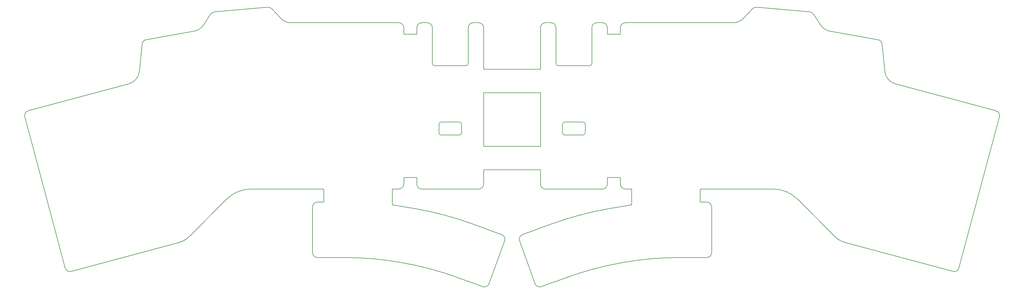
<source format=gbr>
%TF.GenerationSoftware,KiCad,Pcbnew,9.0.7*%
%TF.CreationDate,2026-02-05T22:02:29+07:00*%
%TF.ProjectId,Lapka42,4c61706b-6134-4322-9e6b-696361645f70,rev?*%
%TF.SameCoordinates,Original*%
%TF.FileFunction,Profile,NP*%
%FSLAX46Y46*%
G04 Gerber Fmt 4.6, Leading zero omitted, Abs format (unit mm)*
G04 Created by KiCad (PCBNEW 9.0.7) date 2026-02-05 22:02:29*
%MOMM*%
%LPD*%
G01*
G04 APERTURE LIST*
%TA.AperFunction,Profile*%
%ADD10C,0.200000*%
%TD*%
G04 APERTURE END LIST*
D10*
X82508620Y-192768295D02*
G75*
G02*
X80671512Y-191707644I-388220J1448895D01*
G01*
X125225556Y-113881282D02*
G75*
G02*
X126356166Y-113198796I1261344J-811818D01*
G01*
X242162154Y-118000013D02*
G75*
G02*
X243662152Y-116499954I1500046J13D01*
G01*
X245412150Y-116500015D02*
X243662152Y-116500010D01*
X220896519Y-181465260D02*
X220896510Y-181465244D01*
X214515644Y-181465261D02*
X214515651Y-181465240D01*
X185017101Y-173004042D02*
X188613486Y-173638183D01*
X156499998Y-173000008D02*
G75*
G02*
X158000014Y-171499998I1500002J8D01*
G01*
X246912155Y-164000011D02*
X250912155Y-164000016D01*
X254412152Y-167500011D02*
X254412153Y-172380476D01*
X144054398Y-112233977D02*
X146663993Y-115055504D01*
X297796356Y-167500011D02*
G75*
G02*
X305231049Y-170585436I44J-10499989D01*
G01*
X226412152Y-161600000D02*
X226412152Y-166000009D01*
X188500010Y-166000019D02*
X188499995Y-164000018D01*
X252412154Y-167500013D02*
G75*
G02*
X250912187Y-166000012I46J1500013D01*
G01*
X209000000Y-138000000D02*
X209000000Y-154400000D01*
X68248195Y-145343197D02*
G75*
G02*
X69308867Y-143506105I1448905J388197D01*
G01*
X201500010Y-146950019D02*
X196000007Y-146950013D01*
X240162145Y-150200000D02*
G75*
G02*
X239412149Y-150950045I-750045J0D01*
G01*
X202250002Y-150200008D02*
X202250011Y-147700010D01*
X181000012Y-172380477D02*
X185017101Y-173004042D01*
X183000008Y-116500013D02*
G75*
G02*
X184499987Y-118000013I-8J-1499987D01*
G01*
X184500001Y-166000009D02*
G75*
G02*
X183000007Y-167500001I-1500001J9D01*
G01*
X207500007Y-167500016D02*
X190000005Y-167500019D01*
X319982924Y-183947251D02*
X352903529Y-192768299D01*
X209000009Y-166000014D02*
X209000000Y-161600000D01*
X103421839Y-131348322D02*
G75*
G02*
X100108250Y-135253412I-4478339J441622D01*
G01*
X184196883Y-190121674D02*
X183529866Y-190004058D01*
X126356166Y-113198796D02*
X126356164Y-113198798D01*
X250912150Y-118000009D02*
G75*
G02*
X252412151Y-116499950I1500050J9D01*
G01*
X309055994Y-113198790D02*
G75*
G02*
X310186570Y-113881303I-130794J-1494310D01*
G01*
X229662155Y-116500008D02*
G75*
G02*
X231162092Y-118000014I-55J-1499992D01*
G01*
X331990312Y-131348318D02*
X331169673Y-123025748D01*
X251882296Y-190004053D02*
G75*
G02*
X269073538Y-188500011I17191304J-97496847D01*
G01*
X309055995Y-113198790D02*
X292589699Y-111758177D01*
X233912151Y-150950000D02*
X239412149Y-150950007D01*
X158000014Y-171500016D02*
X160000008Y-171500010D01*
X226412151Y-118000012D02*
G75*
G02*
X227912155Y-116500051I1499949J12D01*
G01*
X166338619Y-188500021D02*
X158000014Y-188500020D01*
X149967624Y-116500012D02*
X183000008Y-116500013D01*
X188500006Y-118000013D02*
G75*
G02*
X190000005Y-116500006I1499994J13D01*
G01*
X269073538Y-188500012D02*
X277412153Y-188500012D01*
X181000006Y-167500013D02*
X181000012Y-172380477D01*
X193250000Y-118000014D02*
X193250005Y-128950012D01*
X100108249Y-135253408D02*
X100108248Y-135253413D01*
X105474771Y-121695727D02*
X120142952Y-119109338D01*
X231912150Y-129700012D02*
G75*
G02*
X231162088Y-128950011I-50J750012D01*
G01*
X226412151Y-118000012D02*
X226412151Y-130800000D01*
X184500006Y-164000013D02*
X184500001Y-166000009D01*
X196000008Y-150950008D02*
G75*
G02*
X195249992Y-150200017I-8J750008D01*
G01*
X190000005Y-167500019D02*
G75*
G02*
X188499981Y-166000019I-5J1500019D01*
G01*
X230129841Y-178104585D02*
G75*
G02*
X246798670Y-173638188I33859859J-93029115D01*
G01*
X202250002Y-150200008D02*
G75*
G02*
X201500006Y-150950002I-750002J8D01*
G01*
X204250004Y-128950008D02*
X204249997Y-118000011D01*
X208701258Y-197440000D02*
X200865568Y-194588036D01*
X291357760Y-112233971D02*
G75*
G02*
X292589700Y-111758161I1101240J-1018529D01*
G01*
X309055994Y-113198790D02*
X309055995Y-113198790D01*
X227912151Y-167500015D02*
G75*
G02*
X226412185Y-166000009I49J1500015D01*
G01*
X250395055Y-173004043D02*
X246798670Y-173638186D01*
X305231028Y-170585457D02*
X316613582Y-181998917D01*
X277412150Y-171500010D02*
X275412151Y-171500012D01*
X366103296Y-143506083D02*
X335303908Y-135253409D01*
X242162154Y-118000013D02*
X242162156Y-128950008D01*
X241412154Y-129700010D02*
X231912150Y-129700012D01*
X226412151Y-138000000D02*
X226412152Y-154400000D01*
X319982924Y-183947251D02*
G75*
G02*
X316613574Y-181998925I1941176J7244551D01*
G01*
X130181128Y-170585453D02*
G75*
G02*
X137615793Y-167500048I7434572J-7414447D01*
G01*
X204249997Y-118000011D02*
G75*
G02*
X205750005Y-116499997I1500003J11D01*
G01*
X126356164Y-113198798D02*
X142822457Y-111758185D01*
X226710901Y-197439998D02*
G75*
G02*
X224788316Y-196543440I-513001J1409598D01*
G01*
X278912148Y-187000011D02*
G75*
G02*
X277412153Y-188499948I-1499948J11D01*
G01*
X166338619Y-188500021D02*
G75*
G02*
X183529867Y-190004054I-19J-99001079D01*
G01*
X239412153Y-146950011D02*
X233912150Y-146950005D01*
X329937387Y-121695727D02*
G75*
G02*
X331169629Y-123025752I-260487J-1477173D01*
G01*
X242162156Y-128950008D02*
G75*
G02*
X241412154Y-129699956I-749956J8D01*
G01*
X231162154Y-128950011D02*
X231162155Y-118000014D01*
X188499995Y-164000018D02*
X184500006Y-164000013D01*
X291357760Y-112233971D02*
X288748168Y-115055497D01*
X312266599Y-117113095D02*
X310186600Y-113881284D01*
X209000000Y-138000000D02*
X226412151Y-138000000D01*
X275412151Y-171500012D02*
X275412153Y-167500015D01*
X240162145Y-150200000D02*
X240162154Y-147700002D01*
X209000000Y-130800000D02*
X226412151Y-130800000D01*
X230129841Y-178104585D02*
X220896510Y-181465244D01*
X104242482Y-123025743D02*
G75*
G02*
X105474772Y-121695734I1492818J-147257D01*
G01*
X210623891Y-196543464D02*
X210623901Y-196543471D01*
X234546596Y-194588040D02*
G75*
G02*
X251215274Y-190121664I33859904J-93029160D01*
G01*
X335303909Y-135253408D02*
X335303908Y-135253409D01*
X315269207Y-119109337D02*
G75*
G02*
X312266639Y-117113069I781493J4431637D01*
G01*
X160000008Y-171500010D02*
X160000005Y-167500009D01*
X214515644Y-181465261D02*
G75*
G02*
X215412140Y-183387842I-513044J-1409539D01*
G01*
X288748168Y-115055497D02*
G75*
G02*
X285444529Y-116499990I-3303568J3055397D01*
G01*
X250912155Y-164000016D02*
X250912148Y-166000012D01*
X130181128Y-170585453D02*
X118798570Y-181998913D01*
X103421839Y-131348322D02*
X104242482Y-123025743D01*
X184499996Y-120000010D02*
X188500005Y-120000009D01*
X354740651Y-191707639D02*
X367163963Y-145343198D01*
X205750005Y-116500017D02*
X207500005Y-116500022D01*
X226412152Y-154400000D02*
X209000000Y-154400000D01*
X207500005Y-116500022D02*
G75*
G02*
X208999978Y-118000009I-5J-1499978D01*
G01*
X210623891Y-196543464D02*
G75*
G02*
X208701258Y-197439999I-1409591J513064D01*
G01*
X246912155Y-120000011D02*
X246912150Y-118000012D01*
X219999999Y-183387849D02*
G75*
G02*
X220896503Y-181465216I1409601J513049D01*
G01*
X250912150Y-118000009D02*
X250912150Y-120000012D01*
X215412160Y-183387849D02*
X210623901Y-196543471D01*
X195250007Y-147700016D02*
G75*
G02*
X196000007Y-146950007I749993J16D01*
G01*
X219999999Y-183387849D02*
X224788252Y-196543464D01*
X205282316Y-178104585D02*
X214515651Y-181465240D01*
X366103296Y-143506083D02*
G75*
G02*
X367164013Y-145343211I-388196J-1448917D01*
G01*
X123145553Y-117113099D02*
X125225556Y-113881282D01*
X278912148Y-187000011D02*
X278912151Y-173000012D01*
X233162150Y-147700008D02*
G75*
G02*
X233912150Y-146949950I750050J8D01*
G01*
X194000002Y-129700019D02*
G75*
G02*
X193249981Y-128950012I-2J750019D01*
G01*
X226710901Y-197439998D02*
X234546596Y-194588040D01*
X277412150Y-171500010D02*
G75*
G02*
X278912190Y-173000012I50J-1499990D01*
G01*
X354740651Y-191707639D02*
G75*
G02*
X352903543Y-192768246I-1448851J388239D01*
G01*
X224788266Y-196543458D02*
X224788252Y-196543464D01*
X195250007Y-147700016D02*
X195250009Y-150200017D01*
X275412153Y-167500015D02*
X297796356Y-167500011D01*
X239412153Y-146950011D02*
G75*
G02*
X240162089Y-147700002I-53J-749989D01*
G01*
X245412150Y-116500015D02*
G75*
G02*
X246912185Y-118000012I50J-1499985D01*
G01*
X204250004Y-128950008D02*
G75*
G02*
X203500011Y-129700004I-750004J8D01*
G01*
X191750012Y-116500009D02*
G75*
G02*
X193249991Y-118000014I-12J-1499991D01*
G01*
X158000014Y-188500020D02*
G75*
G02*
X156499980Y-187000008I-14J1500020D01*
G01*
X156500010Y-187000008D02*
X156499998Y-173000008D01*
X80671509Y-191707645D02*
X68248195Y-145343197D01*
X227912151Y-167500015D02*
X245412154Y-167500012D01*
X184196883Y-190121674D02*
G75*
G02*
X200865567Y-194588039I-17191583J-97497126D01*
G01*
X246912152Y-166000014D02*
X246912155Y-164000011D01*
X208999999Y-118000009D02*
X209000001Y-130800000D01*
X209000009Y-166000014D02*
G75*
G02*
X207500007Y-167500009I-1500009J14D01*
G01*
X285444529Y-116500012D02*
X252412151Y-116500011D01*
X233912151Y-150950000D02*
G75*
G02*
X233162100Y-150200009I-51J750000D01*
G01*
X196000008Y-150950008D02*
X201500006Y-150950015D01*
X115429228Y-183947253D02*
X82508620Y-192768295D01*
X194000002Y-129700019D02*
X203500011Y-129700016D01*
X123145553Y-117113099D02*
G75*
G02*
X120142955Y-119109354I-3784053J2435399D01*
G01*
X251215275Y-190121668D02*
X251882296Y-190004053D01*
X188613486Y-173638183D02*
G75*
G02*
X205282313Y-178104592I-17191186J-97495817D01*
G01*
X329937387Y-121695727D02*
X315269207Y-119109337D01*
X190000005Y-116500014D02*
X191750012Y-116500009D01*
X149967624Y-116500012D02*
G75*
G02*
X146663978Y-115055518I-24J4500012D01*
G01*
X226412152Y-161600000D02*
X209000000Y-161600000D01*
X201500010Y-146950019D02*
G75*
G02*
X202249981Y-147700010I-10J-749981D01*
G01*
X160000005Y-167500009D02*
X137615793Y-167500020D01*
X335303909Y-135253408D02*
G75*
G02*
X331990280Y-131348321I1164691J4346708D01*
G01*
X229662155Y-116500008D02*
X227912155Y-116500013D01*
X233162150Y-147700008D02*
X233162152Y-150200009D01*
X183000007Y-167500007D02*
X181000006Y-167500013D01*
X118798570Y-181998913D02*
G75*
G02*
X115429225Y-183947242I-5310470J5296113D01*
G01*
X188500005Y-120000009D02*
X188500006Y-118000013D01*
X250912150Y-120000012D02*
X246912155Y-120000011D01*
X254412153Y-172380476D02*
X250395055Y-173004043D01*
X69308860Y-143506077D02*
X100108248Y-135253413D01*
X184500004Y-118000013D02*
X184499996Y-120000010D01*
X246912152Y-166000014D02*
G75*
G02*
X245412154Y-167499952I-1499952J14D01*
G01*
X142822457Y-111758185D02*
G75*
G02*
X144054409Y-112233967I130743J-1494315D01*
G01*
X252412154Y-167500013D02*
X254412152Y-167500011D01*
M02*

</source>
